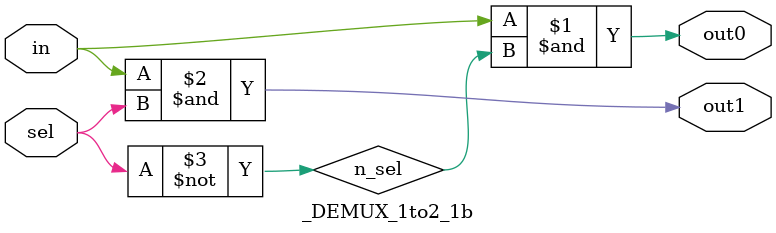
<source format=v>
`timescale 1ns / 1ps


module _DEMUX_1to2_1b(
    input in,
    input sel,
    output out0,
    output out1
    );

    wire n_sel;

    not (n_sel, sel);

    and (out0, in, n_sel);
    and (out1, in, sel);
    
endmodule

</source>
